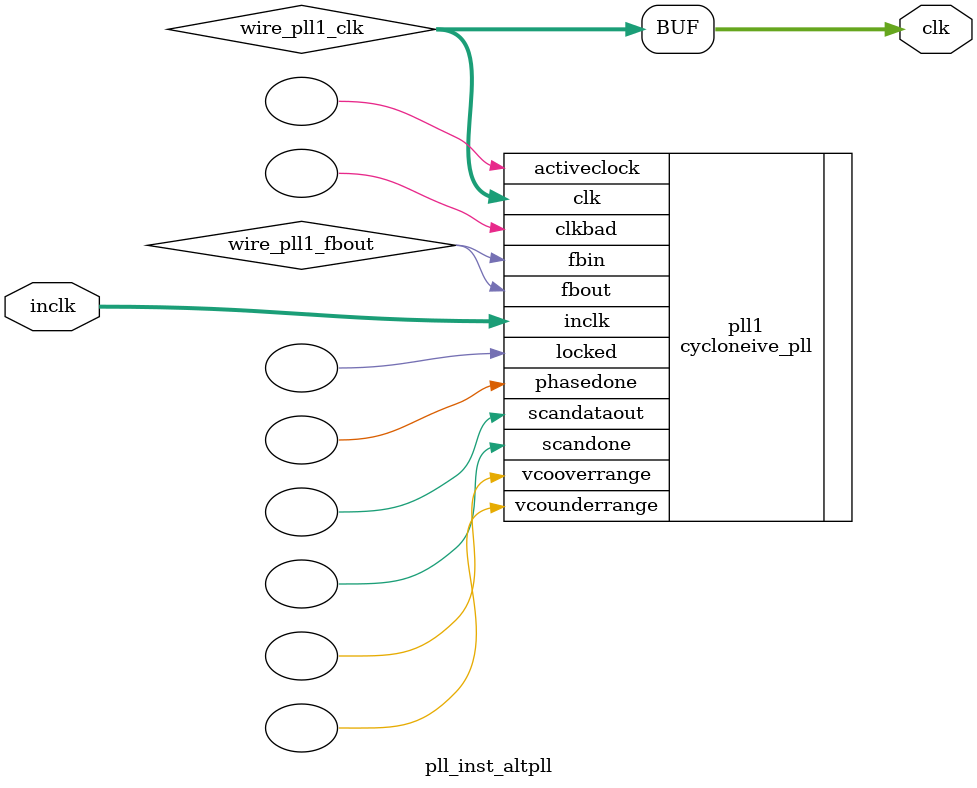
<source format=v>






//synthesis_resources = cycloneive_pll 1 
//synopsys translate_off
`timescale 1 ps / 1 ps
//synopsys translate_on
module  pll_inst_altpll
	( 
	clk,
	inclk) /* synthesis synthesis_clearbox=1 */;
	output   [4:0]  clk;
	input   [1:0]  inclk;
`ifndef ALTERA_RESERVED_QIS
// synopsys translate_off
`endif
	tri0   [1:0]  inclk;
`ifndef ALTERA_RESERVED_QIS
// synopsys translate_on
`endif

	wire  [4:0]   wire_pll1_clk;
	wire  wire_pll1_fbout;

	cycloneive_pll   pll1
	( 
	.activeclock(),
	.clk(wire_pll1_clk),
	.clkbad(),
	.fbin(wire_pll1_fbout),
	.fbout(wire_pll1_fbout),
	.inclk(inclk),
	.locked(),
	.phasedone(),
	.scandataout(),
	.scandone(),
	.vcooverrange(),
	.vcounderrange()
	`ifndef FORMAL_VERIFICATION
	// synopsys translate_off
	`endif
	,
	.areset(1'b0),
	.clkswitch(1'b0),
	.configupdate(1'b0),
	.pfdena(1'b1),
	.phasecounterselect({3{1'b0}}),
	.phasestep(1'b0),
	.phaseupdown(1'b0),
	.scanclk(1'b0),
	.scanclkena(1'b1),
	.scandata(1'b0)
	`ifndef FORMAL_VERIFICATION
	// synopsys translate_on
	`endif
	);
	defparam
		pll1.bandwidth_type = "auto",
		pll1.clk0_divide_by = 147,
		pll1.clk0_duty_cycle = 50,
		pll1.clk0_multiply_by = 74,
		pll1.clk0_phase_shift = "0",
		pll1.compensate_clock = "clk0",
		pll1.inclk0_input_frequency = 20000,
		pll1.operation_mode = "normal",
		pll1.pll_type = "auto",
		pll1.lpm_type = "cycloneive_pll";
	assign
		clk = {wire_pll1_clk[4:0]};
endmodule //pll_inst_altpll
//VALID FILE

</source>
